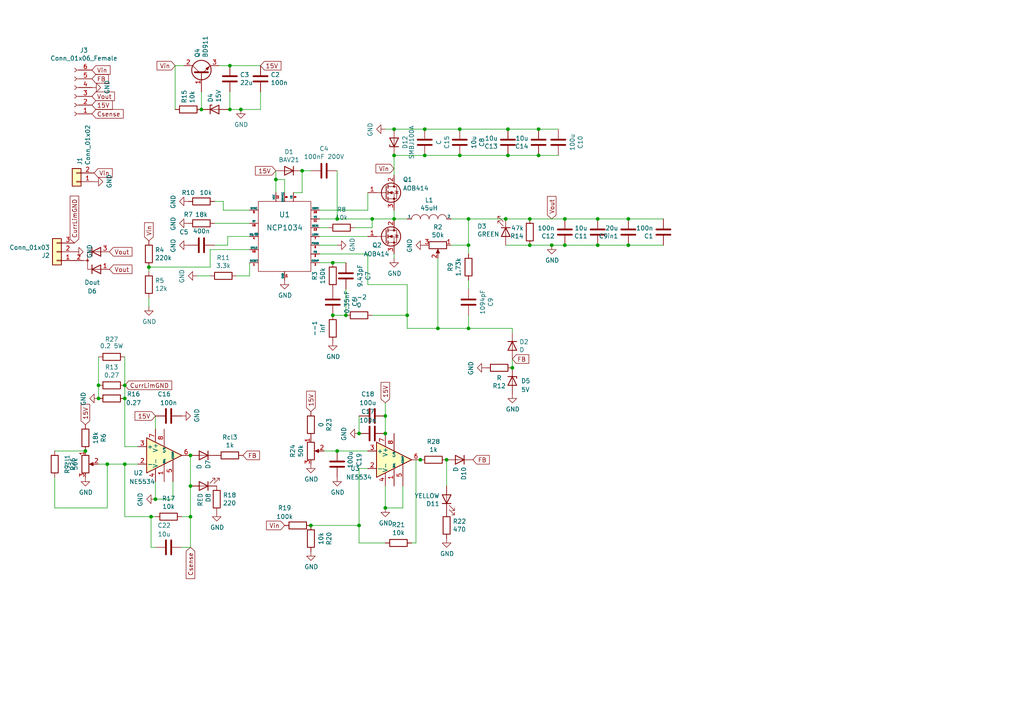
<source format=kicad_sch>
(kicad_sch (version 20211123) (generator eeschema)
  (paper "A4")
  (lib_symbols
    (symbol "Amplifier_Operational:NE5534" (pin_names (offset 0.127))
      (property "Reference" "U" (at 1.27 6.35 0))
      (property "Value" "NE5534" (at 1.27 3.81 0))
      (symbol "NE5534_0_1"
        (polyline (pts (xy -5.08 5.08) (xy 5.08 0) (xy -5.08 -5.08) (xy -5.08 5.08)) (stroke (width 0.254)) (fill (type background)))
      )
      (symbol "NE5534_1_1"
        (pin input line (at 0 -7.62 90) (length 5.08) (name "BAL") (number "1"))
        (pin input line (at -7.62 -2.54 0) (length 2.54) (name "-") (number "2"))
        (pin input line (at -7.62 2.54 0) (length 2.54) (name "+") (number "3"))
        (pin power_in line (at -2.54 -7.62 90) (length 3.81) (name "V-") (number "4"))
        (pin input line (at 2.54 -7.62 90) (length 6.35) (name "COMP") (number "5"))
        (pin output line (at 7.62 0 180) (length 2.54) (name "~") (number "6"))
        (pin power_in line (at -2.54 7.62 270) (length 3.81) (name "V+") (number "7"))
        (pin input line (at 0 7.62 270) (length 5.08) (name "C/B") (number "8"))
      )
    )
    (symbol "Connector:Conn_01x06_Female" (pin_names (offset 1.016) hide)
      (property "Reference" "J" (at 0 7.62 0))
      (property "Value" "Conn_01x06_Female" (at 0 -10.16 0))
      (symbol "Conn_01x06_Female_1_1"
        (arc (start 0 -7.112) (mid -0.508 -7.62) (end 0 -8.128) (stroke (width 0.1524)))
        (arc (start 0 -4.572) (mid -0.508 -5.08) (end 0 -5.588) (stroke (width 0.1524)))
        (arc (start 0 -2.032) (mid -0.508 -2.54) (end 0 -3.048) (stroke (width 0.1524)))
        (polyline (pts (xy -1.27 -7.62) (xy -0.508 -7.62)) (stroke (width 0.1524)))
        (polyline (pts (xy -1.27 -5.08) (xy -0.508 -5.08)) (stroke (width 0.1524)))
        (polyline (pts (xy -1.27 -2.54) (xy -0.508 -2.54)) (stroke (width 0.1524)))
        (polyline (pts (xy -1.27 0) (xy -0.508 0)) (stroke (width 0.1524)))
        (polyline (pts (xy -1.27 2.54) (xy -0.508 2.54)) (stroke (width 0.1524)))
        (polyline (pts (xy -1.27 5.08) (xy -0.508 5.08)) (stroke (width 0.1524)))
        (arc (start 0 0.508) (mid -0.508 0) (end 0 -0.508) (stroke (width 0.1524)))
        (arc (start 0 3.048) (mid -0.508 2.54) (end 0 2.032) (stroke (width 0.1524)))
        (arc (start 0 5.588) (mid -0.508 5.08) (end 0 4.572) (stroke (width 0.1524)))
        (pin passive line (at -5.08 5.08 0) (length 3.81) (name "Pin_1") (number "1"))
        (pin passive line (at -5.08 2.54 0) (length 3.81) (name "Pin_2") (number "2"))
        (pin passive line (at -5.08 0 0) (length 3.81) (name "Pin_3") (number "3"))
        (pin passive line (at -5.08 -2.54 0) (length 3.81) (name "Pin_4") (number "4"))
        (pin passive line (at -5.08 -5.08 0) (length 3.81) (name "Pin_5") (number "5"))
        (pin passive line (at -5.08 -7.62 0) (length 3.81) (name "Pin_6") (number "6"))
      )
    )
    (symbol "Connector_Generic:Conn_01x02" (pin_names (offset 1.016) hide)
      (property "Reference" "J" (at 0 2.54 0))
      (property "Value" "Conn_01x02" (at 0 -5.08 0))
      (symbol "Conn_01x02_1_1"
        (rectangle (start -1.27 -2.413) (end 0 -2.667) (stroke (width 0.1524)))
        (rectangle (start -1.27 0.127) (end 0 -0.127) (stroke (width 0.1524)))
        (rectangle (start -1.27 1.27) (end 1.27 -3.81) (stroke (width 0.254)) (fill (type background)))
        (pin passive line (at -5.08 0 0) (length 3.81) (name "Pin_1") (number "1"))
        (pin passive line (at -5.08 -2.54 0) (length 3.81) (name "Pin_2") (number "2"))
      )
    )
    (symbol "Connector_Generic:Conn_01x03" (pin_names (offset 1.016) hide)
      (property "Reference" "J" (at 0 5.08 0))
      (property "Value" "Conn_01x03" (at 0 -5.08 0))
      (symbol "Conn_01x03_1_1"
        (rectangle (start -1.27 -2.413) (end 0 -2.667) (stroke (width 0.1524)))
        (rectangle (start -1.27 0.127) (end 0 -0.127) (stroke (width 0.1524)))
        (rectangle (start -1.27 2.667) (end 0 2.413) (stroke (width 0.1524)))
        (rectangle (start -1.27 3.81) (end 1.27 -3.81) (stroke (width 0.254)) (fill (type background)))
        (pin passive line (at -5.08 2.54 0) (length 3.81) (name "Pin_1") (number "1"))
        (pin passive line (at -5.08 0 0) (length 3.81) (name "Pin_2") (number "2"))
        (pin passive line (at -5.08 -2.54 0) (length 3.81) (name "Pin_3") (number "3"))
      )
    )
    (symbol "Device:C" (pin_numbers hide) (pin_names (offset 0.254))
      (property "Reference" "C" (at 0.635 2.54 0))
      (property "Value" "C" (at 0.635 -2.54 0))
      (symbol "C_0_1"
        (polyline (pts (xy -2.032 -0.762) (xy 2.032 -0.762)) (stroke (width 0.508)))
        (polyline (pts (xy -2.032 0.762) (xy 2.032 0.762)) (stroke (width 0.508)))
      )
      (symbol "C_1_1"
        (pin passive line (at 0 3.81 270) (length 2.794) (name "~") (number "1"))
        (pin passive line (at 0 -3.81 90) (length 2.794) (name "~") (number "2"))
      )
    )
    (symbol "Device:D" (pin_numbers hide) (pin_names (offset 1.016) hide)
      (property "Reference" "D" (at 0 2.54 0))
      (property "Value" "D" (at 0 -2.54 0))
      (symbol "D_0_1"
        (polyline (pts (xy -1.27 1.27) (xy -1.27 -1.27)) (stroke (width 0.254)))
        (polyline (pts (xy 1.27 0) (xy -1.27 0)))
        (polyline (pts (xy 1.27 1.27) (xy 1.27 -1.27) (xy -1.27 0) (xy 1.27 1.27)) (stroke (width 0.254)))
      )
      (symbol "D_1_1"
        (pin passive line (at -3.81 0 0) (length 2.54) (name "K") (number "1"))
        (pin passive line (at 3.81 0 180) (length 2.54) (name "A") (number "2"))
      )
    )
    (symbol "Device:D_Dual_CommonCathode_AKA_Parallel" (pin_names (offset 0.762) hide)
      (property "Reference" "D" (at 0 5.08 0))
      (property "Value" "D_Dual_CommonCathode_AKA_Parallel" (at 0 -5.08 0))
      (symbol "D_Dual_CommonCathode_AKA_Parallel_0_0"
        (polyline (pts (xy 0 -1.27) (xy 0 -3.81)) (stroke (width 0.254)))
        (polyline (pts (xy 0 3.81) (xy 0 1.27)) (stroke (width 0.254)))
      )
      (symbol "D_Dual_CommonCathode_AKA_Parallel_0_1"
        (polyline (pts (xy 1.27 0) (xy 2.54 0)))
        (polyline (pts (xy -2.54 -2.54) (xy 1.27 -2.54) (xy 1.27 2.54) (xy -2.54 2.54)))
        (polyline (pts (xy -2.54 -1.27) (xy 0 -2.54) (xy -2.54 -3.81) (xy -2.54 -1.27) (xy -2.54 -1.27) (xy -2.54 -1.27)) (stroke (width 0.254)))
        (polyline (pts (xy -2.54 3.81) (xy 0 2.54) (xy -2.54 1.27) (xy -2.54 3.81) (xy -2.54 3.81) (xy -2.54 3.81)) (stroke (width 0.254)))
        (circle (center 1.27 0) (radius 0.254) (fill (type outline)))
        (pin passive line (at -5.08 2.54 0) (length 2.54) (name "K") (number "1"))
        (pin passive line (at 5.08 0 180) (length 2.54) (name "A") (number "2"))
        (pin passive line (at -5.08 -2.54 0) (length 2.54) (name "K") (number "3"))
      )
    )
    (symbol "Device:D_Zener" (pin_numbers hide) (pin_names (offset 1.016) hide)
      (property "Reference" "D" (at 0 2.54 0))
      (property "Value" "D_Zener" (at 0 -2.54 0))
      (symbol "D_Zener_0_1"
        (polyline (pts (xy 1.27 0) (xy -1.27 0)))
        (polyline (pts (xy -1.27 -1.27) (xy -1.27 1.27) (xy -0.762 1.27)) (stroke (width 0.254)))
        (polyline (pts (xy 1.27 -1.27) (xy 1.27 1.27) (xy -1.27 0) (xy 1.27 -1.27)) (stroke (width 0.254)))
      )
      (symbol "D_Zener_1_1"
        (pin passive line (at -3.81 0 0) (length 2.54) (name "K") (number "1"))
        (pin passive line (at 3.81 0 180) (length 2.54) (name "A") (number "2"))
      )
    )
    (symbol "Device:LED" (pin_numbers hide) (pin_names (offset 1.016) hide)
      (property "Reference" "D" (at 0 2.54 0))
      (property "Value" "LED" (at 0 -2.54 0))
      (symbol "LED_0_1"
        (polyline (pts (xy -1.27 -1.27) (xy -1.27 1.27)) (stroke (width 0.254)))
        (polyline (pts (xy -1.27 0) (xy 1.27 0)))
        (polyline (pts (xy 1.27 -1.27) (xy 1.27 1.27) (xy -1.27 0) (xy 1.27 -1.27)) (stroke (width 0.254)))
        (polyline (pts (xy -3.048 -0.762) (xy -4.572 -2.286) (xy -3.81 -2.286) (xy -4.572 -2.286) (xy -4.572 -1.524)))
        (polyline (pts (xy -1.778 -0.762) (xy -3.302 -2.286) (xy -2.54 -2.286) (xy -3.302 -2.286) (xy -3.302 -1.524)))
      )
      (symbol "LED_1_1"
        (pin passive line (at -3.81 0 0) (length 2.54) (name "K") (number "1"))
        (pin passive line (at 3.81 0 180) (length 2.54) (name "A") (number "2"))
      )
    )
    (symbol "Device:Q_NMOS_GDS" (pin_names (offset 0) hide)
      (property "Reference" "Q" (at 5.08 1.27 0))
      (property "Value" "Q_NMOS_GDS" (at 5.08 -1.27 0))
      (symbol "Q_NMOS_GDS_0_1"
        (polyline (pts (xy 0.254 0) (xy -2.54 0)))
        (polyline (pts (xy 0.254 1.905) (xy 0.254 -1.905)) (stroke (width 0.254)))
        (polyline (pts (xy 0.762 -1.27) (xy 0.762 -2.286)) (stroke (width 0.254)))
        (polyline (pts (xy 0.762 0.508) (xy 0.762 -0.508)) (stroke (width 0.254)))
        (polyline (pts (xy 0.762 2.286) (xy 0.762 1.27)) (stroke (width 0.254)))
        (polyline (pts (xy 2.54 2.54) (xy 2.54 1.778)))
        (polyline (pts (xy 2.54 -2.54) (xy 2.54 0) (xy 0.762 0)))
        (polyline (pts (xy 0.762 -1.778) (xy 3.302 -1.778) (xy 3.302 1.778) (xy 0.762 1.778)))
        (polyline (pts (xy 1.016 0) (xy 2.032 0.381) (xy 2.032 -0.381) (xy 1.016 0)) (fill (type outline)))
        (polyline (pts (xy 2.794 0.508) (xy 2.921 0.381) (xy 3.683 0.381) (xy 3.81 0.254)))
        (polyline (pts (xy 3.302 0.381) (xy 2.921 -0.254) (xy 3.683 -0.254) (xy 3.302 0.381)))
        (circle (center 1.651 0) (radius 2.794) (stroke (width 0.254)))
        (circle (center 2.54 -1.778) (radius 0.254) (fill (type outline)))
        (circle (center 2.54 1.778) (radius 0.254) (fill (type outline)))
      )
      (symbol "Q_NMOS_GDS_1_1"
        (pin input line (at -5.08 0 0) (length 2.54) (name "G") (number "1"))
        (pin passive line (at 2.54 5.08 270) (length 2.54) (name "D") (number "2"))
        (pin passive line (at 2.54 -5.08 90) (length 2.54) (name "S") (number "3"))
      )
    )
    (symbol "Device:R" (pin_numbers hide) (pin_names (offset 0))
      (property "Reference" "R" (at 2.032 0 90))
      (property "Value" "R" (at 0 0 90))
      (symbol "R_0_1"
        (rectangle (start -1.016 -2.54) (end 1.016 2.54) (stroke (width 0.254)))
      )
      (symbol "R_1_1"
        (pin passive line (at 0 3.81 270) (length 1.27) (name "~") (number "1"))
        (pin passive line (at 0 -3.81 90) (length 1.27) (name "~") (number "2"))
      )
    )
    (symbol "Transistor_BJT:BD911" (pin_names (offset 0) hide)
      (property "Reference" "Q" (at 6.35 1.905 0))
      (property "Value" "BD911" (at 6.35 0 0))
      (symbol "BD911_0_1"
        (polyline (pts (xy 0.635 0.635) (xy 2.54 2.54)))
        (polyline (pts (xy 0.635 -0.635) (xy 2.54 -2.54) (xy 2.54 -2.54)))
        (polyline (pts (xy 0.635 1.905) (xy 0.635 -1.905) (xy 0.635 -1.905)) (stroke (width 0.508)))
        (polyline (pts (xy 1.27 -1.778) (xy 1.778 -1.27) (xy 2.286 -2.286) (xy 1.27 -1.778) (xy 1.27 -1.778)) (fill (type outline)))
        (circle (center 1.27 0) (radius 2.8194) (stroke (width 0.254)))
      )
      (symbol "BD911_1_1"
        (pin input line (at -5.08 0 0) (length 5.715) (name "B") (number "1"))
        (pin passive line (at 2.54 5.08 270) (length 2.54) (name "C") (number "2"))
        (pin passive line (at 2.54 -5.08 90) (length 2.54) (name "E") (number "3"))
      )
    )
    (symbol "nc1-rescue:NCP1034-ncp1034" (pin_names (offset 0))
      (property "Reference" "U" (at 0 -2.667 0))
      (property "Value" "NCP1034-ncp1034" (at 0 3.175 0))
      (property "Footprint" "Package_SO:SOIC-16_3.9x9.9mm_P1.27mm" (at 0 0 0))
      (symbol "NCP1034-ncp1034_0_1"
        (rectangle (start -7.62 10.16) (end 7.62 -10.16))
      )
      (symbol "NCP1034-ncp1034_1_1"
        (pin input line (at -10.16 -7.62 0) (length 2.54) (name "OCSET") (number "1"))
        (pin input line (at 10.16 7.62 180) (length 2.54) (name "HDRV") (number "10"))
        (pin input line (at 10.16 5.08 180) (length 2.54) (name "VS") (number "11"))
        (pin input line (at -2.54 12.7 270) (length 2.54) (name "VCC") (number "12"))
        (pin input line (at 10.16 2.54 180) (length 2.54) (name "OCIN") (number "13"))
        (pin input line (at 0 -12.7 90) (length 2.54) (name "GND") (number "14"))
        (pin input line (at -10.16 3.81 0) (length 2.54) (name "RT") (number "15"))
        (pin input line (at -10.16 -3.81 0) (length 2.54) (name "UVLO") (number "16"))
        (pin input line (at 10.16 -5.08 180) (length 2.54) (name "FB") (number "2"))
        (pin input line (at 10.16 -7.62 180) (length 2.54) (name "COMP") (number "3"))
        (pin input line (at -10.16 0 0) (length 2.54) (name "SS/~{SD}") (number "4"))
        (pin input line (at -10.16 7.62 0) (length 2.54) (name "SYNC") (number "5"))
        (pin input line (at 10.16 -2.54 180) (length 2.54) (name "PGND") (number "6"))
        (pin input line (at 10.16 0 180) (length 2.54) (name "LDRV") (number "7"))
        (pin input line (at 0 12.7 270) (length 2.54) (name "DRVVCC") (number "8"))
        (pin input line (at 2.54 12.7 270) (length 2.54) (name "VB") (number "9"))
      )
    )
    (symbol "nc1-rescue:R_POT-Device" (pin_names (offset 1.016) hide)
      (property "Reference" "RV" (at -4.445 0 90))
      (property "Value" "R_POT-Device" (at -2.54 0 90))
      (symbol "R_POT-Device_0_1"
        (polyline (pts (xy 2.54 0) (xy 1.524 0)))
        (polyline (pts (xy 1.143 0) (xy 2.286 0.508) (xy 2.286 -0.508) (xy 1.143 0)) (fill (type outline)))
        (rectangle (start 1.016 2.54) (end -1.016 -2.54) (stroke (width 0.254)))
      )
      (symbol "R_POT-Device_1_1"
        (pin passive line (at 0 3.81 270) (length 1.27) (name "1") (number "1"))
        (pin passive line (at 3.81 0 180) (length 1.27) (name "2") (number "2"))
        (pin passive line (at 0 -3.81 90) (length 1.27) (name "3") (number "3"))
      )
    )
    (symbol "power:GND" (power) (pin_names (offset 0))
      (property "Value" "GND" (at 0 -3.81 0))
      (symbol "GND_0_1"
        (polyline (pts (xy 0 0) (xy 0 -1.27) (xy 1.27 -1.27) (xy 0 -2.54) (xy -1.27 -1.27) (xy 0 -1.27)))
      )
      (symbol "GND_1_1"
        (pin power_in line (at 0 0 270) (length 0) hide (name "GND") (number "1"))
      )
    )
    (symbol "pspice:INDUCTOR" (pin_numbers hide) (pin_names (offset 0))
      (property "Reference" "L" (at 0 2.54 0))
      (property "Value" "INDUCTOR" (at 0 -1.27 0))
      (symbol "INDUCTOR_0_1"
        (arc (start -2.54 0) (mid -3.81 1.27) (end -5.08 0))
        (arc (start 0 0) (mid -1.27 1.27) (end -2.54 0))
        (arc (start 2.54 0) (mid 1.27 1.27) (end 0 0))
        (arc (start 5.08 0) (mid 3.81 1.27) (end 2.54 0))
      )
      (symbol "INDUCTOR_1_1"
        (pin input line (at -6.35 0 0) (length 1.27) (name "1") (number "1"))
        (pin input line (at 6.35 0 180) (length 1.27) (name "2") (number "2"))
      )
    )
  )
  (junction (at 96.52 76.2))
  (junction (at 28.575 111.76))
  (junction (at 147.32 45.085))
  (junction (at 135.89 95.25))
  (junction (at 58.42 31.75))
  (junction (at 173.355 71.12))
  (junction (at 45.085 144.78))
  (junction (at 182.245 71.12))
  (junction (at 43.18 77.47))
  (junction (at 135.89 71.12))
  (junction (at 146.685 63.5))
  (junction (at 24.765 130.81))
  (junction (at 114.3 45.085))
  (junction (at 66.675 19.05))
  (junction (at 107.95 63.5))
  (junction (at 104.14 125.73))
  (junction (at 55.245 149.86))
  (junction (at 121.92 133.35))
  (junction (at 43.815 149.86))
  (junction (at 160.02 71.12))
  (junction (at 100.33 91.44))
  (junction (at 156.21 45.085))
  (junction (at 114.3 37.465))
  (junction (at 90.17 152.4))
  (junction (at 36.195 134.62))
  (junction (at 133.35 37.465))
  (junction (at 147.32 37.465))
  (junction (at 87.63 49.53))
  (junction (at 36.195 115.57))
  (junction (at 69.85 31.75))
  (junction (at 66.675 31.75))
  (junction (at 111.76 147.32))
  (junction (at 36.195 111.76))
  (junction (at 153.67 71.12))
  (junction (at 123.19 37.465))
  (junction (at 163.83 63.5))
  (junction (at 114.3 63.5))
  (junction (at 80.01 52.07))
  (junction (at 104.14 152.4))
  (junction (at 148.59 106.68))
  (junction (at 182.245 63.5))
  (junction (at 123.19 45.085))
  (junction (at 118.11 91.44))
  (junction (at 97.79 130.81))
  (junction (at 135.89 63.5))
  (junction (at 129.54 133.35))
  (junction (at 28.575 115.57))
  (junction (at 31.115 134.62))
  (junction (at 96.52 91.44))
  (junction (at 153.67 63.5))
  (junction (at 156.21 37.465))
  (junction (at 97.79 63.5))
  (junction (at 173.355 63.5))
  (junction (at 55.245 132.08))
  (junction (at 133.35 45.085))
  (junction (at 111.76 120.65))
  (junction (at 163.83 71.12))
  (junction (at 127 95.25))
  (junction (at 55.245 140.97))
  (junction (at 111.76 125.73))
  (wire (pts (xy 129.54 133.35) (xy 129.54 140.97)))
  (wire (pts (xy 45.085 120.65) (xy 45.085 124.46)))
  (wire (pts (xy 120.65 157.48) (xy 119.38 157.48)))
  (wire (pts (xy 104.14 157.48) (xy 111.76 157.48)))
  (wire (pts (xy 72.39 76.2) (xy 72.39 80.01)))
  (wire (pts (xy 173.355 71.12) (xy 182.245 71.12)))
  (wire (pts (xy 118.11 91.44) (xy 107.95 91.44)))
  (wire (pts (xy 52.705 158.75) (xy 55.245 158.75)))
  (wire (pts (xy 100.33 91.44) (xy 100.33 83.82)))
  (wire (pts (xy 15.875 147.32) (xy 15.875 138.43)))
  (wire (pts (xy 66.675 26.67) (xy 66.675 31.75)))
  (wire (pts (xy 135.89 63.5) (xy 146.685 63.5)))
  (wire (pts (xy 72.39 80.01) (xy 68.58 80.01)))
  (wire (pts (xy 92.71 66.04) (xy 95.25 66.04)))
  (wire (pts (xy 127 74.93) (xy 127 95.25)))
  (wire (pts (xy 60.96 72.39) (xy 72.39 72.39)))
  (wire (pts (xy 43.815 149.86) (xy 45.085 149.86)))
  (wire (pts (xy 97.79 71.12) (xy 92.71 71.12)))
  (wire (pts (xy 146.685 71.12) (xy 153.67 71.12)))
  (wire (pts (xy 60.96 80.01) (xy 57.15 80.01)))
  (wire (pts (xy 106.68 82.55) (xy 106.68 73.66)))
  (wire (pts (xy 156.21 45.085) (xy 161.925 45.085)))
  (wire (pts (xy 160.02 71.12) (xy 163.83 71.12)))
  (wire (pts (xy 50.8 19.05) (xy 50.8 31.75)))
  (wire (pts (xy 60.96 77.47) (xy 43.18 77.47)))
  (wire (pts (xy 80.01 52.07) (xy 80.01 49.53)))
  (wire (pts (xy 85.09 55.88) (xy 87.63 55.88)))
  (wire (pts (xy 55.245 140.97) (xy 55.245 149.86)))
  (wire (pts (xy 96.52 76.2) (xy 100.33 76.2)))
  (wire (pts (xy 114.3 63.5) (xy 118.11 63.5)))
  (wire (pts (xy 107.95 66.04) (xy 107.95 63.5)))
  (wire (pts (xy 118.11 82.55) (xy 106.68 82.55)))
  (wire (pts (xy 87.63 55.88) (xy 87.63 49.53)))
  (wire (pts (xy 80.01 55.88) (xy 80.01 52.07)))
  (wire (pts (xy 120.65 133.35) (xy 121.92 133.35)))
  (wire (pts (xy 133.35 37.465) (xy 147.32 37.465)))
  (wire (pts (xy 148.59 95.25) (xy 135.89 95.25)))
  (wire (pts (xy 92.71 76.2) (xy 96.52 76.2)))
  (wire (pts (xy 53.34 19.05) (xy 50.8 19.05)))
  (wire (pts (xy 182.245 63.5) (xy 192.405 63.5)))
  (wire (pts (xy 104.14 120.65) (xy 104.14 125.73)))
  (wire (pts (xy 64.77 60.96) (xy 72.39 60.96)))
  (wire (pts (xy 97.79 63.5) (xy 97.79 49.53)))
  (wire (pts (xy 28.575 103.505) (xy 28.575 111.76)))
  (wire (pts (xy 36.195 115.57) (xy 36.195 129.54)))
  (wire (pts (xy 182.245 71.12) (xy 192.405 71.12)))
  (wire (pts (xy 135.89 63.5) (xy 135.89 71.12)))
  (wire (pts (xy 92.71 73.66) (xy 106.68 73.66)))
  (wire (pts (xy 114.3 45.085) (xy 123.19 45.085)))
  (wire (pts (xy 82.55 52.07) (xy 80.01 52.07)))
  (wire (pts (xy 66.675 31.75) (xy 66.04 31.75)))
  (wire (pts (xy 43.18 86.36) (xy 43.18 88.9)))
  (wire (pts (xy 118.11 91.44) (xy 118.11 95.25)))
  (wire (pts (xy 111.76 37.465) (xy 114.3 37.465)))
  (wire (pts (xy 116.84 140.97) (xy 116.84 147.32)))
  (wire (pts (xy 31.115 147.32) (xy 15.875 147.32)))
  (wire (pts (xy 135.89 71.12) (xy 135.89 73.66)))
  (wire (pts (xy 40.005 134.62) (xy 36.195 134.62)))
  (wire (pts (xy 97.79 130.81) (xy 106.68 130.81)))
  (wire (pts (xy 36.195 103.505) (xy 36.195 111.76)))
  (wire (pts (xy 87.63 49.53) (xy 90.17 49.53)))
  (wire (pts (xy 104.14 152.4) (xy 104.14 135.89)))
  (wire (pts (xy 116.84 147.32) (xy 111.76 147.32)))
  (wire (pts (xy 75.565 31.75) (xy 69.85 31.75)))
  (wire (pts (xy 90.17 152.4) (xy 104.14 152.4)))
  (wire (pts (xy 107.95 63.5) (xy 114.3 63.5)))
  (wire (pts (xy 43.815 149.86) (xy 43.815 158.75)))
  (wire (pts (xy 36.195 111.76) (xy 36.195 115.57)))
  (wire (pts (xy 173.355 63.5) (xy 182.245 63.5)))
  (wire (pts (xy 28.575 134.62) (xy 31.115 134.62)))
  (wire (pts (xy 50.165 144.78) (xy 50.165 139.7)))
  (wire (pts (xy 64.77 60.96) (xy 64.77 58.42)))
  (wire (pts (xy 130.81 63.5) (xy 135.89 63.5)))
  (wire (pts (xy 127 95.25) (xy 135.89 95.25)))
  (wire (pts (xy 66.675 31.75) (xy 69.85 31.75)))
  (wire (pts (xy 106.68 60.96) (xy 106.68 55.88)))
  (wire (pts (xy 92.71 60.96) (xy 106.68 60.96)))
  (wire (pts (xy 102.87 66.04) (xy 107.95 66.04)))
  (wire (pts (xy 31.115 134.62) (xy 31.115 147.32)))
  (wire (pts (xy 31.115 134.62) (xy 36.195 134.62)))
  (wire (pts (xy 111.76 140.97) (xy 111.76 147.32)))
  (wire (pts (xy 36.195 134.62) (xy 36.195 149.86)))
  (wire (pts (xy 120.65 133.35) (xy 120.65 157.48)))
  (wire (pts (xy 163.83 71.12) (xy 173.355 71.12)))
  (wire (pts (xy 153.67 71.12) (xy 160.02 71.12)))
  (wire (pts (xy 43.815 158.75) (xy 45.085 158.75)))
  (wire (pts (xy 118.11 82.55) (xy 118.11 91.44)))
  (wire (pts (xy 92.71 68.58) (xy 106.68 68.58)))
  (wire (pts (xy 66.04 71.12) (xy 66.04 68.58)))
  (wire (pts (xy 55.245 158.75) (xy 55.245 149.86)))
  (wire (pts (xy 93.98 130.81) (xy 97.79 130.81)))
  (wire (pts (xy 63.5 19.05) (xy 66.675 19.05)))
  (wire (pts (xy 64.77 58.42) (xy 62.23 58.42)))
  (wire (pts (xy 130.81 71.12) (xy 135.89 71.12)))
  (wire (pts (xy 146.685 63.5) (xy 153.67 63.5)))
  (wire (pts (xy 148.59 104.14) (xy 148.59 106.68)))
  (wire (pts (xy 153.67 63.5) (xy 163.83 63.5)))
  (wire (pts (xy 133.35 45.085) (xy 147.32 45.085)))
  (wire (pts (xy 114.3 37.465) (xy 123.19 37.465)))
  (wire (pts (xy 123.19 37.465) (xy 133.35 37.465)))
  (wire (pts (xy 43.18 78.74) (xy 43.18 77.47)))
  (wire (pts (xy 147.32 37.465) (xy 156.21 37.465)))
  (wire (pts (xy 96.52 91.44) (xy 100.33 91.44)))
  (wire (pts (xy 156.21 37.465) (xy 161.925 37.465)))
  (wire (pts (xy 114.3 45.085) (xy 114.3 50.8)))
  (wire (pts (xy 135.89 91.44) (xy 135.89 95.25)))
  (wire (pts (xy 82.55 55.88) (xy 82.55 52.07)))
  (wire (pts (xy 123.19 45.085) (xy 133.35 45.085)))
  (wire (pts (xy 118.11 95.25) (xy 127 95.25)))
  (wire (pts (xy 45.085 139.7) (xy 45.085 144.78)))
  (wire (pts (xy 92.71 63.5) (xy 97.79 63.5)))
  (wire (pts (xy 147.32 45.085) (xy 156.21 45.085)))
  (wire (pts (xy 28.575 111.76) (xy 28.575 115.57)))
  (wire (pts (xy 163.83 63.5) (xy 173.355 63.5)))
  (wire (pts (xy 111.76 120.65) (xy 111.76 125.73)))
  (wire (pts (xy 104.14 135.89) (xy 106.68 135.89)))
  (wire (pts (xy 114.3 73.66) (xy 114.3 74.93)))
  (wire (pts (xy 55.245 132.08) (xy 55.245 140.97)))
  (wire (pts (xy 66.675 19.05) (xy 75.565 19.05)))
  (wire (pts (xy 62.23 71.12) (xy 66.04 71.12)))
  (wire (pts (xy 15.875 130.81) (xy 24.765 130.81)))
  (wire (pts (xy 36.195 129.54) (xy 40.005 129.54)))
  (wire (pts (xy 60.96 72.39) (xy 60.96 77.47)))
  (wire (pts (xy 62.23 64.77) (xy 72.39 64.77)))
  (wire (pts (xy 66.04 68.58) (xy 72.39 68.58)))
  (wire (pts (xy 45.085 144.78) (xy 50.165 144.78)))
  (wire (pts (xy 36.195 149.86) (xy 43.815 149.86)))
  (wire (pts (xy 111.76 116.84) (xy 111.76 120.65)))
  (wire (pts (xy 104.14 157.48) (xy 104.14 152.4)))
  (wire (pts (xy 58.42 31.75) (xy 58.42 26.67)))
  (wire (pts (xy 55.245 149.86) (xy 52.705 149.86)))
  (wire (pts (xy 97.79 63.5) (xy 107.95 63.5)))
  (wire (pts (xy 148.59 96.52) (xy 148.59 95.25)))
  (wire (pts (xy 75.565 26.67) (xy 75.565 31.75)))
  (wire (pts (xy 135.89 81.28) (xy 135.89 83.82)))
  (wire (pts (xy 114.3 63.5) (xy 114.3 60.96)))
  (global_label "Vin" (shape input) (at 26.67 20.32 0) (property "Intersheet References" "${INTERSHEET_REFS}" (effects hide)))
  (global_label "CurrLimGND" (shape input) (at 21.59 70.485 90) (property "Intersheet References" "${INTERSHEET_REFS}" (effects hide)))
  (global_label "Csense" (shape input) (at 55.245 158.75 270) (property "Intersheet References" "${INTERSHEET_REFS}" (effects hide)))
  (global_label "Csense" (shape input) (at 26.67 33.02 0) (property "Intersheet References" "${INTERSHEET_REFS}" (effects hide)))
  (global_label "FB" (shape input) (at 137.16 133.35 0) (property "Intersheet References" "${INTERSHEET_REFS}" (effects hide)))
  (global_label "Vin" (shape input) (at 82.55 152.4 180) (property "Intersheet References" "${INTERSHEET_REFS}" (effects hide)))
  (global_label "15V" (shape input) (at 75.565 19.05 0) (property "Intersheet References" "${INTERSHEET_REFS}" (effects hide)))
  (global_label "15V" (shape input) (at 80.01 49.53 180) (property "Intersheet References" "${INTERSHEET_REFS}" (effects hide)))
  (global_label "Vin" (shape input) (at 50.8 19.05 180) (property "Intersheet References" "${INTERSHEET_REFS}" (effects hide)))
  (global_label "15V" (shape input) (at 26.67 30.48 0) (property "Intersheet References" "${INTERSHEET_REFS}" (effects hide)))
  (global_label "Vin" (shape input) (at 43.18 69.85 90) (property "Intersheet References" "${INTERSHEET_REFS}" (effects hide)))
  (global_label "15V" (shape input) (at 90.17 119.38 90) (property "Intersheet References" "${INTERSHEET_REFS}" (effects hide)))
  (global_label "Vin" (shape input) (at 114.3 48.895 180) (property "Intersheet References" "${INTERSHEET_REFS}" (effects hide)))
  (global_label "CurrLimGND" (shape input) (at 36.195 111.76 0) (property "Intersheet References" "${INTERSHEET_REFS}" (effects hide)))
  (global_label "15V" (shape input) (at 111.76 116.84 90) (property "Intersheet References" "${INTERSHEET_REFS}" (effects hide)))
  (global_label "15V" (shape input) (at 45.085 120.65 180) (property "Intersheet References" "${INTERSHEET_REFS}" (effects hide)))
  (global_label "15V" (shape input) (at 24.765 123.19 90) (property "Intersheet References" "${INTERSHEET_REFS}" (effects hide)))
  (global_label "Vout" (shape input) (at 31.75 73.025 0) (property "Intersheet References" "${INTERSHEET_REFS}" (effects hide)))
  (global_label "Vin" (shape input) (at 27.305 50.165 0) (property "Intersheet References" "${INTERSHEET_REFS}" (effects hide)))
  (global_label "FB" (shape input) (at 148.59 104.14 0) (property "Intersheet References" "${INTERSHEET_REFS}" (effects hide)))
  (global_label "Vout" (shape input) (at 26.67 27.94 0) (property "Intersheet References" "${INTERSHEET_REFS}" (effects hide)))
  (global_label "Vout" (shape input) (at 160.02 63.5 90) (property "Intersheet References" "${INTERSHEET_REFS}" (effects hide)))
  (global_label "FB" (shape input) (at 26.67 22.86 0) (property "Intersheet References" "${INTERSHEET_REFS}" (effects hide)))
  (global_label "FB" (shape input) (at 70.485 132.08 0) (property "Intersheet References" "${INTERSHEET_REFS}" (effects hide)))
  (global_label "Vout" (shape input) (at 31.75 78.105 0) (property "Intersheet References" "${INTERSHEET_REFS}" (effects hide)))
  (symbol (lib_id "nc1-rescue:NCP1034-ncp1034") (at 82.55 68.58 0) (unit 1)
    (property "Reference" "U1" (at 82.55 62.23 0) (effects (font (size 1.524 1.524))))
    (property "Value" "NCP1034" (at 82.55 66.04 0) (effects (font (size 1.524 1.524))))
    (property "Footprint" "Package_SO:SOIC-16_3.9x9.9mm_P1.27mm" (effects hide))
  )
  (symbol (lib_id "Device:D") (at 83.82 49.53 180) (unit 1)
    (property "Reference" "D1" (at 83.82 44.0436 0))
    (property "Value" "BAV21" (at 83.82 46.355 0))
    (property "Footprint" "Diode_THT:D_A-405_P10.16mm_Horizontal" (effects hide))
  )
  (symbol (lib_id "Device:C") (at 75.565 22.86 0) (unit 1)
    (property "Reference" "C2" (at 78.486 21.6916 0) (effects (justify left)))
    (property "Value" "100n" (at 78.486 24.003 0) (effects (justify left)))
    (property "Footprint" "Capacitor_SMD:C_1206_3216Metric" (effects hide))
  )
  (symbol (lib_id "Device:C") (at 66.675 22.86 0) (unit 1)
    (property "Reference" "C3" (at 69.596 21.6916 0) (effects (justify left)))
    (property "Value" "22u" (at 69.596 24.003 0) (effects (justify left)))
    (property "Footprint" "Capacitor_SMD:C_1206_3216Metric" (effects hide))
  )
  (symbol (lib_id "power:GND") (at 82.55 81.28 0) (unit 1)
    (property "Reference" "#PWR0103" (effects hide))
    (property "Value" "GND" (at 82.677 85.6742 0))
    (property "Footprint" "TestPoint:TestPoint_THTPad_3.0x3.0mm_Drill1.5mm" (effects hide))
  )
  (symbol (lib_id "Device:C") (at 93.98 49.53 270) (unit 1)
    (property "Reference" "C4" (at 93.98 43.1292 90))
    (property "Value" "100nF 200V" (at 93.98 45.4406 90))
    (property "Footprint" "Capacitor_SMD:C_2220_5650Metric" (effects hide))
  )
  (symbol (lib_id "power:GND") (at 111.76 37.465 270) (unit 1)
    (property "Reference" "#PWR0105" (effects hide))
    (property "Value" "GND" (at 107.3658 37.592 0))
    (property "Footprint" "TestPoint:TestPoint_THTPad_3.0x3.0mm_Drill1.5mm" (effects hide))
  )
  (symbol (lib_id "power:GND") (at 97.79 71.12 90) (unit 1)
    (property "Reference" "#PWR0104" (effects hide))
    (property "Value" "GND" (at 102.1842 70.993 0))
    (property "Footprint" "TestPoint:TestPoint_THTPad_3.0x3.0mm_Drill1.5mm" (effects hide))
  )
  (symbol (lib_id "power:GND") (at 114.3 74.93 0) (unit 1)
    (property "Reference" "#PWR0106" (effects hide))
    (property "Value" "GND" (at 114.427 79.3242 0))
    (property "Footprint" "TestPoint:TestPoint_THTPad_3.0x3.0mm_Drill1.5mm" (effects hide))
  )
  (symbol (lib_id "Device:C") (at 182.245 67.31 0) (unit 1)
    (property "Reference" "C9in1" (at 179.324 68.4784 0) (effects (justify right)))
    (property "Value" "20u" (at 179.324 66.167 0) (effects (justify right)))
    (property "Footprint" "Capacitor_THT:C_Rect_L7.0mm_W2.5mm_P5.00mm" (effects hide))
  )
  (symbol (lib_id "pspice:INDUCTOR") (at 124.46 63.5 0) (unit 1)
    (property "Reference" "L1" (at 124.46 58.039 0))
    (property "Value" "45uH" (at 124.46 60.3504 0))
    (property "Footprint" "Inductor_THT:L_Axial_L9.5mm_D4.0mm_P15.24mm_Horizontal_Fastron_SMCC" (effects hide))
  )
  (symbol (lib_id "power:GND") (at 160.02 71.12 0) (unit 1)
    (property "Reference" "#PWR0107" (effects hide))
    (property "Value" "GND" (at 160.147 75.5142 0))
    (property "Footprint" "TestPoint:TestPoint_THTPad_3.0x3.0mm_Drill1.5mm" (effects hide))
  )
  (symbol (lib_id "Device:R") (at 99.06 66.04 270) (unit 1)
    (property "Reference" "R8" (at 99.06 60.7822 90))
    (property "Value" "10k" (at 99.06 63.0936 90))
    (property "Footprint" "Resistor_SMD:R_1206_3216Metric_Pad1.30x1.75mm_HandSolder" (effects hide))
  )
  (symbol (lib_id "Device:R") (at 58.42 58.42 270) (unit 1)
    (property "Reference" "R10" (at 54.61 55.88 90))
    (property "Value" "10k" (at 59.69 55.88 90))
    (property "Footprint" "Resistor_SMD:R_1206_3216Metric_Pad1.30x1.75mm_HandSolder" (effects hide))
  )
  (symbol (lib_id "power:GND") (at 54.61 58.42 270) (unit 1)
    (property "Reference" "#PWR0108" (effects hide))
    (property "Value" "GND" (at 50.2158 58.547 0))
    (property "Footprint" "TestPoint:TestPoint_THTPad_3.0x3.0mm_Drill1.5mm" (effects hide))
  )
  (symbol (lib_id "power:GND") (at 54.61 64.77 270) (unit 1)
    (property "Reference" "#PWR0109" (effects hide))
    (property "Value" "GND" (at 50.2158 64.897 0))
    (property "Footprint" "TestPoint:TestPoint_THTPad_3.0x3.0mm_Drill1.5mm" (effects hide))
  )
  (symbol (lib_id "Device:C") (at 58.42 71.12 270) (unit 1)
    (property "Reference" "C5" (at 53.34 67.31 90))
    (property "Value" "400n" (at 58.42 67.0306 90))
    (property "Footprint" "Capacitor_SMD:C_1206_3216Metric_Pad1.42x1.75mm_HandSolder" (effects hide))
  )
  (symbol (lib_id "power:GND") (at 54.61 71.12 270) (unit 1)
    (property "Reference" "#PWR0110" (effects hide))
    (property "Value" "GND" (at 50.2158 71.247 0))
    (property "Footprint" "TestPoint:TestPoint_THTPad_3.0x3.0mm_Drill1.5mm" (effects hide))
  )
  (symbol (lib_id "power:GND") (at 57.15 80.01 270) (unit 1)
    (property "Reference" "#PWR0111" (effects hide))
    (property "Value" "GND" (at 52.7558 80.137 0))
    (property "Footprint" "TestPoint:TestPoint_THTPad_3.0x3.0mm_Drill1.5mm" (effects hide))
  )
  (symbol (lib_id "Device:R") (at 43.18 73.66 180) (unit 1)
    (property "Reference" "R4" (at 44.958 72.4916 0) (effects (justify right)))
    (property "Value" "220k" (at 44.958 74.803 0) (effects (justify right)))
    (property "Footprint" "Resistor_SMD:R_1206_3216Metric_Pad1.30x1.75mm_HandSolder" (effects hide))
  )
  (symbol (lib_id "Device:R") (at 43.18 82.55 180) (unit 1)
    (property "Reference" "R5" (at 44.958 81.3816 0) (effects (justify right)))
    (property "Value" "12k" (at 44.958 83.693 0) (effects (justify right)))
    (property "Footprint" "Resistor_SMD:R_1206_3216Metric_Pad1.30x1.75mm_HandSolder" (effects hide))
  )
  (symbol (lib_id "power:GND") (at 43.18 88.9 0) (unit 1)
    (property "Reference" "#PWR0112" (effects hide))
    (property "Value" "GND" (at 43.307 93.2942 0))
    (property "Footprint" "TestPoint:TestPoint_THTPad_3.0x3.0mm_Drill1.5mm" (effects hide))
  )
  (symbol (lib_id "power:GND") (at 123.19 71.12 270) (unit 1)
    (property "Reference" "#PWR0113" (effects hide))
    (property "Value" "GND" (at 118.7958 71.247 0))
    (property "Footprint" "TestPoint:TestPoint_THTPad_3.0x3.0mm_Drill1.5mm" (effects hide))
  )
  (symbol (lib_id "Device:R") (at 96.52 80.01 0) (unit 1)
    (property "Reference" "R3" (at 91.2622 80.01 90))
    (property "Value" "150k" (at 93.5736 80.01 90))
    (property "Footprint" "Resistor_SMD:R_1206_3216Metric_Pad1.30x1.75mm_HandSolder" (effects hide))
  )
  (symbol (lib_id "Device:C") (at 100.33 80.01 180) (unit 1)
    (property "Reference" "C7" (at 106.7308 80.01 90))
    (property "Value" "9.43pF" (at 104.4194 80.01 90))
    (property "Footprint" "Capacitor_SMD:C_1206_3216Metric_Pad1.42x1.75mm_HandSolder" (effects hide))
  )
  (symbol (lib_id "Device:C") (at 96.52 87.63 180) (unit 1)
    (property "Reference" "C6" (at 102.9208 87.63 90))
    (property "Value" "0.35nF" (at 100.6094 87.63 90))
    (property "Footprint" "Capacitor_SMD:C_1206_3216Metric_Pad1.42x1.75mm_HandSolder" (effects hide))
  )
  (symbol (lib_id "power:GND") (at 96.52 99.06 0) (unit 1)
    (property "Reference" "#PWR0114" (effects hide))
    (property "Value" "GND" (at 96.647 103.4542 0))
    (property "Footprint" "TestPoint:TestPoint_THTPad_3.0x3.0mm_Drill1.5mm" (effects hide))
  )
  (symbol (lib_id "nc1-rescue:R_POT-Device") (at 127 71.12 270) (unit 1)
    (property "Reference" "R2" (at 127 65.8622 90))
    (property "Value" "50k" (at 127 68.1736 90))
    (property "Footprint" "Potentiometer_THT:Potentiometer_Bourns_3296W_Vertical" (effects hide))
  )
  (symbol (lib_id "Device:R") (at 58.42 64.77 270) (unit 1)
    (property "Reference" "R7" (at 54.61 62.23 90))
    (property "Value" "18k" (at 58.42 62.23 90))
    (property "Footprint" "Resistor_SMD:R_1206_3216Metric_Pad1.30x1.75mm_HandSolder" (effects hide))
  )
  (symbol (lib_id "Device:R") (at 64.77 80.01 270) (unit 1)
    (property "Reference" "R11" (at 64.77 74.7522 90))
    (property "Value" "3.3k" (at 64.77 77.0636 90))
    (property "Footprint" "Resistor_SMD:R_1206_3216Metric_Pad1.30x1.75mm_HandSolder" (effects hide))
  )
  (symbol (lib_id "Device:Q_NMOS_GDS") (at 111.76 55.88 0) (unit 1)
    (property "Reference" "Q1" (at 116.84 52.07 0) (effects (justify left)))
    (property "Value" "AOB414" (at 116.84 54.61 0) (effects (justify left)))
    (property "Footprint" "Package_TO_SOT_SMD:TO-263-2" (effects hide))
    (property "Datasheet" "https://www.fairchildsemi.com/datasheets/2N/2N7002.pdf" (effects hide))
  )
  (symbol (lib_id "Device:Q_NMOS_GDS") (at 111.76 68.58 0) (unit 1)
    (property "Reference" "Q2" (at 107.95 71.12 0) (effects (justify left)))
    (property "Value" "AOB414" (at 105.41 73.66 0) (effects (justify left)))
    (property "Footprint" "Package_TO_SOT_SMD:TO-263-2" (effects hide))
    (property "Datasheet" "https://www.fairchildsemi.com/datasheets/2N/2N7002.pdf" (effects hide))
  )
  (symbol (lib_id "Device:D") (at 148.59 100.33 270) (unit 1)
    (property "Reference" "D2" (at 150.622 99.1616 90) (effects (justify left)))
    (property "Value" "D" (at 150.622 101.473 90) (effects (justify left)))
    (property "Footprint" "Diode_SMD:D_MiniMELF" (effects hide))
  )
  (symbol (lib_id "power:GND") (at 140.97 106.68 270) (unit 1)
    (property "Reference" "#PWR0115" (effects hide))
    (property "Value" "GND" (at 136.5758 106.807 0))
    (property "Footprint" "TestPoint:TestPoint_THTPad_3.0x3.0mm_Drill1.5mm" (effects hide))
  )
  (symbol (lib_id "Device:R") (at 144.78 106.68 90) (unit 1)
    (property "Reference" "R12" (at 144.78 111.9378 90))
    (property "Value" "R" (at 144.78 109.6264 90))
    (property "Footprint" "Resistor_SMD:R_1206_3216Metric_Pad1.30x1.75mm_HandSolder" (effects hide))
  )
  (symbol (lib_id "Device:R") (at 153.67 67.31 0) (unit 1)
    (property "Reference" "R14" (at 151.892 68.4784 0) (effects (justify right)))
    (property "Value" "47k" (at 151.892 66.167 0) (effects (justify right)))
    (property "Footprint" "Resistor_SMD:R_1206_3216Metric_Pad1.30x1.75mm_HandSolder" (effects hide))
  )
  (symbol (lib_id "Device:LED") (at 146.685 67.31 270) (unit 1)
    (property "Reference" "D3" (at 138.43 65.6336 90) (effects (justify left)))
    (property "Value" "GREEN" (at 138.43 67.945 90) (effects (justify left)))
    (property "Footprint" "LED_SMD:LED_0805_2012Metric_Pad1.15x1.40mm_HandSolder" (effects hide))
  )
  (symbol (lib_id "Connector_Generic:Conn_01x02") (at 22.225 52.705 180) (unit 1)
    (property "Reference" "J1" (at 23.1394 47.9298 90) (effects (justify right)))
    (property "Value" "Conn_01x02" (at 25.4508 47.9298 90) (effects (justify right)))
    (property "Footprint" "TerminalBlock:TerminalBlock_bornier-2_P5.08mm" (effects hide))
  )
  (symbol (lib_id "power:GND") (at 27.305 52.705 90) (unit 1)
    (property "Reference" "#PWR0116" (effects hide))
    (property "Value" "GND" (at 31.6992 52.578 0))
    (property "Footprint" "TestPoint:TestPoint_THTPad_3.0x3.0mm_Drill1.5mm" (effects hide))
  )
  (symbol (lib_id "Transistor_BJT:BD911") (at 58.42 21.59 90) (unit 1)
    (property "Reference" "Q4" (at 57.2516 16.7386 0) (effects (justify left)))
    (property "Value" "BD911" (at 59.563 16.7386 0) (effects (justify left)))
    (property "Footprint" "Package_TO_SOT_THT:TO-220-3_Vertical" (effects hide))
    (property "Datasheet" "http://www.st.com/internet/com/TECHNICAL_RESOURCES/TECHNICAL_LITERATURE/DATASHEET/CD00001277.pdf" (effects hide))
  )
  (symbol (lib_id "Device:D_Zener") (at 62.23 31.75 0) (unit 1)
    (property "Reference" "D4" (at 61.0616 29.718 90) (effects (justify left)))
    (property "Value" "15V" (at 63.373 29.718 90) (effects (justify left)))
    (property "Footprint" "Diode_SMD:D_MELF" (effects hide))
  )
  (symbol (lib_id "Device:R") (at 54.61 31.75 270) (unit 1)
    (property "Reference" "R15" (at 53.4416 29.972 0) (effects (justify right)))
    (property "Value" "10k" (at 55.753 29.972 0) (effects (justify right)))
    (property "Footprint" "Resistor_THT:R_Axial_DIN0207_L6.3mm_D2.5mm_P10.16mm_Horizontal" (effects hide))
  )
  (symbol (lib_id "power:GND") (at 69.85 31.75 0) (unit 1)
    (property "Reference" "#PWR0117" (effects hide))
    (property "Value" "GND" (at 69.977 36.1442 0))
    (property "Footprint" "TestPoint:TestPoint_THTPad_3.0x3.0mm_Drill1.5mm" (effects hide))
  )
  (symbol (lib_id "Device:C") (at 161.925 41.275 180) (unit 1)
    (property "Reference" "C10" (at 168.3258 41.275 90))
    (property "Value" "100u" (at 166.0144 41.275 90))
    (property "Footprint" "Capacitor_THT:C_Rect_L7.0mm_W2.5mm_P5.00mm" (effects hide))
  )
  (symbol (lib_id "Device:C") (at 163.83 67.31 0) (unit 1)
    (property "Reference" "C12" (at 160.909 68.4784 0) (effects (justify right)))
    (property "Value" "100n" (at 160.909 66.167 0) (effects (justify right)))
    (property "Footprint" "Capacitor_THT:C_Rect_L7.0mm_W2.5mm_P5.00mm" (effects hide))
  )
  (symbol (lib_id "Device:R") (at 96.52 95.25 0) (unit 1)
    (property "Reference" "--1" (at 91.2622 95.25 90))
    (property "Value" "inf" (at 93.5736 95.25 90))
    (property "Footprint" "Resistor_SMD:R_1206_3216Metric_Pad1.30x1.75mm_HandSolder" (effects hide))
  )
  (symbol (lib_id "Device:R") (at 104.14 91.44 270) (unit 1)
    (property "Reference" "--2" (at 104.14 86.1822 90))
    (property "Value" "0" (at 104.14 88.4936 90))
    (property "Footprint" "Resistor_SMD:R_1206_3216Metric_Pad1.30x1.75mm_HandSolder" (effects hide))
  )
  (symbol (lib_id "Device:C") (at 192.405 67.31 0) (unit 1)
    (property "Reference" "C1" (at 189.484 68.4784 0) (effects (justify right)))
    (property "Value" "100n" (at 189.484 66.167 0) (effects (justify right)))
    (property "Footprint" "Capacitor_THT:CP_Radial_D18.0mm_P7.50mm" (effects hide))
  )
  (symbol (lib_id "Device:C") (at 173.355 67.31 0) (unit 1)
    (property "Reference" "C11" (at 170.434 68.4784 0) (effects (justify right)))
    (property "Value" "10u" (at 170.434 66.167 0) (effects (justify right)))
    (property "Footprint" "Capacitor_THT:CP_Radial_D16.0mm_P7.50mm" (effects hide))
  )
  (symbol (lib_id "Device:D_Zener") (at 148.59 110.49 270) (unit 1)
    (property "Reference" "D5" (at 151.13 110.49 90) (effects (justify left)))
    (property "Value" "5V" (at 151.13 113.03 90) (effects (justify left)))
    (property "Footprint" "Diode_SMD:D_MELF" (effects hide))
  )
  (symbol (lib_id "power:GND") (at 148.59 114.3 0) (unit 1)
    (property "Reference" "#PWR0118" (effects hide))
    (property "Value" "GND" (at 148.717 118.6942 0))
    (property "Footprint" "TestPoint:TestPoint_THTPad_3.0x3.0mm_Drill1.5mm" (effects hide))
  )
  (symbol (lib_id "Device:C") (at 123.19 41.275 180) (unit 1)
    (property "Reference" "C15" (at 129.5908 41.275 90))
    (property "Value" "C" (at 127.2794 41.275 90))
    (property "Footprint" "Capacitor_THT:C_Rect_L7.0mm_W2.5mm_P5.00mm" (effects hide))
  )
  (symbol (lib_id "Device:C") (at 133.35 41.275 180) (unit 1)
    (property "Reference" "C8" (at 139.7508 41.275 90))
    (property "Value" "10u" (at 137.4394 41.275 90))
    (property "Footprint" "Capacitor_THT:C_Rect_L7.0mm_W2.5mm_P5.00mm" (effects hide))
  )
  (symbol (lib_id "Amplifier_Operational:NE5534") (at 47.625 132.08 0) (unit 1)
    (property "Reference" "U2" (at 38.735 137.16 0) (effects (justify left)))
    (property "Value" "NE5534" (at 37.465 139.7 0) (effects (justify left)))
    (property "Footprint" "Package_SO:SOIC-8_3.9x4.9mm_P1.27mm" (effects hide))
    (property "Datasheet" "http://www.ti.com/lit/ds/symlink/ne5534.pdf" (effects hide))
  )
  (symbol (lib_id "Device:R") (at 48.895 149.86 270) (unit 1)
    (property "Reference" "R17" (at 48.895 144.6022 90))
    (property "Value" "10k" (at 48.895 146.9136 90))
    (property "Footprint" "Resistor_SMD:R_1206_3216Metric_Pad1.30x1.75mm_HandSolder" (effects hide))
  )
  (symbol (lib_id "power:GND") (at 45.085 144.78 270) (unit 1)
    (property "Reference" "#PWR0119" (effects hide))
    (property "Value" "GND" (at 40.6908 144.907 0))
    (property "Footprint" "TestPoint:TestPoint_THTPad_3.0x3.0mm_Drill1.5mm" (effects hide))
  )
  (symbol (lib_id "Device:D") (at 59.055 132.08 180) (unit 1)
    (property "Reference" "D7" (at 60.325 133.35 90) (effects (justify left)))
    (property "Value" "D" (at 57.785 134.62 90) (effects (justify left)))
    (property "Footprint" "Diode_SMD:D_MiniMELF" (effects hide))
  )
  (symbol (lib_id "Device:LED") (at 59.055 140.97 180) (unit 1)
    (property "Reference" "D8" (at 60.4012 143.002 90) (effects (justify left)))
    (property "Value" "RED" (at 58.0898 143.002 90) (effects (justify left)))
    (property "Footprint" "LED_SMD:LED_0805_2012Metric_Pad1.15x1.40mm_HandSolder" (effects hide))
  )
  (symbol (lib_id "Device:R") (at 62.865 144.78 180) (unit 1)
    (property "Reference" "R18" (at 64.643 143.6116 0) (effects (justify right)))
    (property "Value" "220" (at 64.643 145.923 0) (effects (justify right)))
    (property "Footprint" "Resistor_SMD:R_1206_3216Metric_Pad1.30x1.75mm_HandSolder" (effects hide))
  )
  (symbol (lib_id "power:GND") (at 62.865 148.59 0) (unit 1)
    (property "Reference" "#PWR0120" (effects hide))
    (property "Value" "GND" (at 62.992 152.9842 0))
    (property "Footprint" "TestPoint:TestPoint_THTPad_3.0x3.0mm_Drill1.5mm" (effects hide))
  )
  (symbol (lib_id "nc1-rescue:R_POT-Device") (at 24.765 134.62 0) (unit 1)
    (property "Reference" "R9cl1" (at 19.5072 134.62 90))
    (property "Value" "50k" (at 21.8186 134.62 90))
    (property "Footprint" "Potentiometer_THT:Potentiometer_Bourns_3296W_Vertical" (effects hide))
  )
  (symbol (lib_id "Device:R") (at 24.765 127 180) (unit 1)
    (property "Reference" "R6" (at 30.0228 127 90))
    (property "Value" "18k" (at 27.7114 127 90))
    (property "Footprint" "Resistor_SMD:R_1206_3216Metric_Pad1.30x1.75mm_HandSolder" (effects hide))
  )
  (symbol (lib_id "power:GND") (at 24.765 138.43 0) (unit 1)
    (property "Reference" "#PWR0121" (effects hide))
    (property "Value" "GND" (at 24.892 142.8242 0))
    (property "Footprint" "TestPoint:TestPoint_THTPad_3.0x3.0mm_Drill1.5mm" (effects hide))
  )
  (symbol (lib_id "Device:R") (at 32.385 115.57 270) (unit 1)
    (property "Reference" "R16" (at 38.735 114.3 90))
    (property "Value" "0.27" (at 38.735 116.84 90))
    (property "Footprint" "Resistor_SMD:R_2010_5025Metric_Pad1.40x2.65mm_HandSolder" (effects hide))
  )
  (symbol (lib_id "power:GND") (at 28.575 115.57 270) (unit 1)
    (property "Reference" "#PWR0122" (effects hide))
    (property "Value" "GND" (at 24.1808 115.697 0))
    (property "Footprint" "TestPoint:TestPoint_THTPad_3.0x3.0mm_Drill1.5mm" (effects hide))
  )
  (symbol (lib_id "Connector_Generic:Conn_01x03") (at 16.51 73.025 180) (unit 1)
    (property "Reference" "J2" (at 14.478 74.0918 0) (effects (justify left)))
    (property "Value" "Conn_01x03" (at 14.478 71.7804 0) (effects (justify left)))
    (property "Footprint" "TerminalBlock:TerminalBlock_bornier-3_P5.08mm" (effects hide))
  )
  (symbol (lib_id "Device:R") (at 32.385 111.76 270) (unit 1)
    (property "Reference" "R13" (at 32.385 106.5022 90))
    (property "Value" "0.27" (at 32.385 108.8136 90))
    (property "Footprint" "Resistor_SMD:R_2010_5025Metric_Pad1.40x2.65mm_HandSolder" (effects hide))
  )
  (symbol (lib_id "Amplifier_Operational:NE5534") (at 114.3 133.35 0) (unit 1)
    (property "Reference" "U3" (at 101.6 135.89 0) (effects (justify left)))
    (property "Value" "NE5534" (at 100.33 138.43 0) (effects (justify left)))
    (property "Footprint" "Package_SO:SOIC-8_3.9x4.9mm_P1.27mm" (effects hide))
    (property "Datasheet" "http://www.ti.com/lit/ds/symlink/ne5534.pdf" (effects hide))
  )
  (symbol (lib_id "power:GND") (at 111.76 147.32 0) (unit 1)
    (property "Reference" "#PWR0123" (effects hide))
    (property "Value" "GND" (at 111.887 151.7142 0))
    (property "Footprint" "TestPoint:TestPoint_THTPad_3.0x3.0mm_Drill1.5mm" (effects hide))
  )
  (symbol (lib_id "Device:D") (at 133.35 133.35 180) (unit 1)
    (property "Reference" "D10" (at 134.5184 135.382 90) (effects (justify left)))
    (property "Value" "D" (at 132.207 135.382 90) (effects (justify left)))
    (property "Footprint" "Diode_SMD:D_MiniMELF" (effects hide))
  )
  (symbol (lib_id "Device:LED") (at 129.54 144.78 90) (unit 1)
    (property "Reference" "D11" (at 127.508 146.1262 90) (effects (justify left)))
    (property "Value" "YELLOW" (at 127.508 143.8148 90) (effects (justify left)))
    (property "Footprint" "LED_SMD:LED_0805_2012Metric_Pad1.15x1.40mm_HandSolder" (effects hide))
  )
  (symbol (lib_id "Device:R") (at 129.54 152.4 180) (unit 1)
    (property "Reference" "R22" (at 131.318 151.2316 0) (effects (justify right)))
    (property "Value" "470" (at 131.318 153.543 0) (effects (justify right)))
    (property "Footprint" "Resistor_SMD:R_1206_3216Metric_Pad1.30x1.75mm_HandSolder" (effects hide))
  )
  (symbol (lib_id "power:GND") (at 129.54 156.21 0) (unit 1)
    (property "Reference" "#PWR0124" (effects hide))
    (property "Value" "GND" (at 129.667 160.6042 0))
    (property "Footprint" "TestPoint:TestPoint_THTPad_3.0x3.0mm_Drill1.5mm" (effects hide))
  )
  (symbol (lib_id "Device:R") (at 115.57 157.48 270) (unit 1)
    (property "Reference" "R21" (at 115.57 152.2222 90))
    (property "Value" "10k" (at 115.57 154.5336 90))
    (property "Footprint" "Resistor_SMD:R_1206_3216Metric_Pad1.30x1.75mm_HandSolder" (effects hide))
  )
  (symbol (lib_id "Device:C") (at 48.895 120.65 90) (unit 1)
    (property "Reference" "C16" (at 47.625 114.3 90))
    (property "Value" "100n" (at 48.895 116.84 90))
    (property "Footprint" "Capacitor_SMD:C_1206_3216Metric_Pad1.33x1.80mm_HandSolder" (effects hide))
  )
  (symbol (lib_id "power:GND") (at 52.705 120.65 90) (unit 1)
    (property "Reference" "#PWR0125" (effects hide))
    (property "Value" "GND" (at 57.0992 120.523 0))
    (property "Footprint" "TestPoint:TestPoint_THTPad_3.0x3.0mm_Drill1.5mm" (effects hide))
  )
  (symbol (lib_id "Device:C") (at 107.95 125.73 90) (unit 1)
    (property "Reference" "C17" (at 106.68 119.38 90))
    (property "Value" "100n" (at 106.68 121.92 90))
    (property "Footprint" "Capacitor_SMD:C_1206_3216Metric_Pad1.33x1.80mm_HandSolder" (effects hide))
  )
  (symbol (lib_id "power:GND") (at 104.14 125.73 270) (unit 1)
    (property "Reference" "#PWR0126" (effects hide))
    (property "Value" "GND" (at 99.7458 125.857 0))
    (property "Footprint" "TestPoint:TestPoint_THTPad_3.0x3.0mm_Drill1.5mm" (effects hide))
  )
  (symbol (lib_id "Device:R") (at 86.36 152.4 270) (unit 1)
    (property "Reference" "R19" (at 82.55 147.32 90))
    (property "Value" "100k" (at 82.55 149.86 90))
    (property "Footprint" "Resistor_SMD:R_1206_3216Metric_Pad1.30x1.75mm_HandSolder" (effects hide))
  )
  (symbol (lib_id "Device:R") (at 90.17 156.21 180) (unit 1)
    (property "Reference" "R20" (at 95.4278 156.21 90))
    (property "Value" "10k" (at 93.1164 156.21 90))
    (property "Footprint" "Resistor_SMD:R_1206_3216Metric_Pad1.30x1.75mm_HandSolder" (effects hide))
  )
  (symbol (lib_id "power:GND") (at 90.17 160.02 0) (unit 1)
    (property "Reference" "#PWR0127" (effects hide))
    (property "Value" "GND" (at 90.297 164.4142 0))
    (property "Footprint" "TestPoint:TestPoint_THTPad_3.0x3.0mm_Drill1.5mm" (effects hide))
  )
  (symbol (lib_id "Device:R") (at 90.17 123.19 180) (unit 1)
    (property "Reference" "R23" (at 95.4278 123.19 90))
    (property "Value" "0" (at 93.1164 123.19 90))
    (property "Footprint" "Resistor_SMD:R_1206_3216Metric_Pad1.30x1.75mm_HandSolder" (effects hide))
  )
  (symbol (lib_id "nc1-rescue:R_POT-Device") (at 90.17 130.81 0) (unit 1)
    (property "Reference" "R24" (at 84.9122 130.81 90))
    (property "Value" "50k" (at 87.2236 130.81 90))
    (property "Footprint" "Potentiometer_THT:Potentiometer_Bourns_3296W_Vertical" (effects hide))
  )
  (symbol (lib_id "power:GND") (at 90.17 134.62 0) (unit 1)
    (property "Reference" "#PWR0129" (effects hide))
    (property "Value" "GND" (at 90.297 139.0142 0))
    (property "Footprint" "TestPoint:TestPoint_THTPad_3.0x3.0mm_Drill1.5mm" (effects hide))
  )
  (symbol (lib_id "Device:R") (at 135.89 77.47 0) (unit 1)
    (property "Reference" "R9" (at 130.6322 77.47 90))
    (property "Value" "1.73k" (at 132.9436 77.47 90))
    (property "Footprint" "Resistor_SMD:R_1206_3216Metric_Pad1.30x1.75mm_HandSolder" (effects hide))
  )
  (symbol (lib_id "Device:C") (at 97.79 134.62 0) (unit 1)
    (property "Reference" "C19" (at 104.14 133.35 90))
    (property "Value" "100u" (at 101.6 133.35 90))
    (property "Footprint" "Capacitor_THT:CP_Radial_D5.0mm_P2.50mm" (effects hide))
  )
  (symbol (lib_id "power:GND") (at 97.79 138.43 0) (unit 1)
    (property "Reference" "#PWR0130" (effects hide))
    (property "Value" "GND" (at 97.917 142.8242 0))
    (property "Footprint" "TestPoint:TestPoint_THTPad_3.0x3.0mm_Drill1.5mm" (effects hide))
  )
  (symbol (lib_id "Device:C") (at 135.89 87.63 180) (unit 1)
    (property "Reference" "C9" (at 142.2908 87.63 90))
    (property "Value" "1094pF" (at 139.9794 87.63 90))
    (property "Footprint" "Capacitor_SMD:C_1206_3216Metric_Pad1.33x1.80mm_HandSolder" (effects hide))
  )
  (symbol (lib_id "Device:C") (at 48.895 158.75 90) (unit 1)
    (property "Reference" "C22" (at 47.625 152.4 90))
    (property "Value" "10u" (at 47.625 154.94 90))
    (property "Footprint" "Capacitor_SMD:C_1206_3216Metric_Pad1.33x1.80mm_HandSolder" (effects hide))
  )
  (symbol (lib_id "Device:R") (at 15.875 134.62 180) (unit 1)
    (property "Reference" "R26" (at 21.1328 134.62 90))
    (property "Value" "-" (at 18.8214 134.62 90))
    (property "Footprint" "Resistor_SMD:R_1206_3216Metric_Pad1.30x1.75mm_HandSolder" (effects hide))
  )
  (symbol (lib_id "Device:C") (at 107.95 120.65 90) (unit 1)
    (property "Reference" "C18" (at 106.68 114.3 90))
    (property "Value" "100u" (at 106.68 116.84 90))
    (property "Footprint" "Capacitor_THT:CP_Radial_D5.0mm_P2.50mm" (effects hide))
  )
  (symbol (lib_id "Connector:Conn_01x06_Female") (at 21.59 27.94 180) (unit 1)
    (property "Reference" "J3" (at 24.3332 14.605 0))
    (property "Value" "Conn_01x06_Female" (at 24.3332 16.9164 0))
    (property "Footprint" "Connector_PinHeader_2.54mm:PinHeader_1x06_P2.54mm_Vertical" (effects hide))
  )
  (symbol (lib_id "power:GND") (at 26.67 25.4 90) (unit 1)
    (property "Reference" "#PWR0131" (effects hide))
    (property "Value" "GND" (at 31.0642 25.273 0))
    (property "Footprint" "TestPoint:TestPoint_THTPad_3.0x3.0mm_Drill1.5mm" (effects hide))
  )
  (symbol (lib_id "Device:C") (at 147.32 41.275 0) (unit 1)
    (property "Reference" "C13" (at 144.399 42.4434 0) (effects (justify right)))
    (property "Value" "10u" (at 144.399 40.132 0) (effects (justify right)))
    (property "Footprint" "Capacitor_THT:CP_Radial_D16.0mm_P7.50mm" (effects hide))
  )
  (symbol (lib_id "Device:R") (at 66.675 132.08 270) (unit 1)
    (property "Reference" "Rcl3" (at 66.675 126.8222 90))
    (property "Value" "1k" (at 66.675 129.1336 90))
    (property "Footprint" "Resistor_SMD:R_0805_2012Metric" (effects hide))
  )
  (symbol (lib_id "Device:D_Zener") (at 114.3 41.275 90) (unit 1)
    (property "Reference" "D12" (at 117.475 41.275 0))
    (property "Value" "SMBJ100A" (at 119.38 41.275 0))
    (property "Footprint" "Diode_SMD:D_SMB" (effects hide))
    (property "Datasheet" "https://www.littelfuse.com/media?resourcetype=datasheets&itemid=fc83cff9-7655-4e4e-b1dc-e1b436c0b632&filename=littelfuse-tvs-diode-smbj-datasheet" (effects hide))
  )
  (symbol (lib_id "Device:R") (at 125.73 133.35 270) (unit 1)
    (property "Reference" "R28" (at 125.73 128.0922 90))
    (property "Value" "1k" (at 125.73 130.4036 90))
    (property "Footprint" "Resistor_SMD:R_1206_3216Metric_Pad1.30x1.75mm_HandSolder" (effects hide))
  )
  (symbol (lib_id "power:GND") (at 21.59 73.025 90) (unit 1)
    (property "Reference" "#PWR0101" (effects hide))
    (property "Value" "GND" (at 25.9842 72.898 0))
    (property "Footprint" "TestPoint:TestPoint_THTPad_3.0x3.0mm_Drill1.5mm" (effects hide))
  )
  (symbol (lib_id "Device:C") (at 156.21 41.275 0) (unit 1)
    (property "Reference" "C14" (at 153.289 42.4434 0) (effects (justify right)))
    (property "Value" "10u" (at 153.289 40.132 0) (effects (justify right)))
    (property "Footprint" "Capacitor_THT:CP_Radial_D16.0mm_P7.50mm" (effects hide))
  )
  (symbol (lib_id "Device:D_Dual_CommonCathode_AKA_Parallel") (at 26.67 75.565 180) (unit 1)
    (property "Reference" "D6" (at 26.7335 84.455 0))
    (property "Value" "Dout" (at 26.7335 81.915 0))
    (property "Footprint" "Package_TO_SOT_THT:TO-220-3_Vertical" (effects hide))
    (property "Datasheet" "https://datasheetspdf.com/pdf-file/340231/IntersilCorporation/RURP820/1" (effects hide))
  )
  (symbol (lib_id "Device:R") (at 32.385 103.505 90) (unit 1)
    (property "Reference" "R27" (at 32.385 98.425 90))
    (property "Value" "0.2 5W" (at 32.385 100.33 90))
    (property "Footprint" "Resistor_THT:R_Radial_Power_L16.1mm_W9.0mm_P7.37mm" (effects hide))
  )
)
</source>
